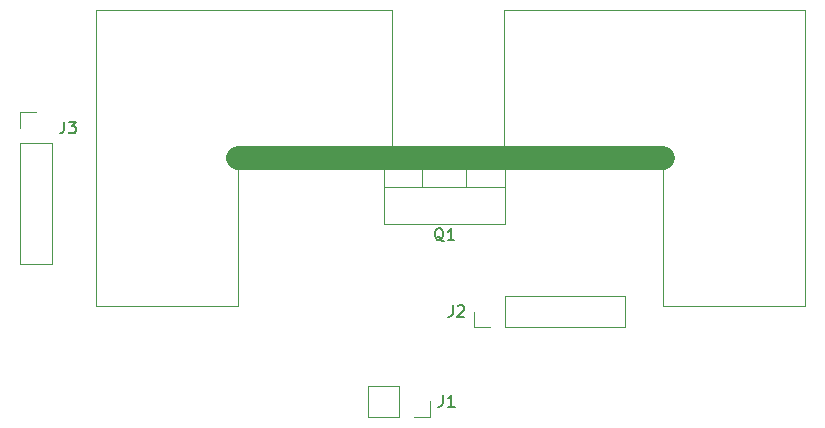
<source format=gbr>
G04 #@! TF.GenerationSoftware,KiCad,Pcbnew,(5.1.5)-3*
G04 #@! TF.CreationDate,2020-05-07T21:48:57-04:00*
G04 #@! TF.ProjectId,MOSFET Dummyload,4d4f5346-4554-4204-9475-6d6d796c6f61,rev?*
G04 #@! TF.SameCoordinates,Original*
G04 #@! TF.FileFunction,Legend,Top*
G04 #@! TF.FilePolarity,Positive*
%FSLAX46Y46*%
G04 Gerber Fmt 4.6, Leading zero omitted, Abs format (unit mm)*
G04 Created by KiCad (PCBNEW (5.1.5)-3) date 2020-05-07 21:48:57*
%MOMM*%
%LPD*%
G04 APERTURE LIST*
%ADD10C,0.120000*%
%ADD11C,2.000000*%
%ADD12C,0.150000*%
G04 APERTURE END LIST*
D10*
X91270000Y-89630000D02*
X92600000Y-89630000D01*
X91270000Y-90960000D02*
X91270000Y-89630000D01*
X91270000Y-92230000D02*
X93930000Y-92230000D01*
X93930000Y-92230000D02*
X93930000Y-102450000D01*
X91270000Y-92230000D02*
X91270000Y-102450000D01*
X91270000Y-102450000D02*
X93930000Y-102450000D01*
X128991000Y-94430000D02*
X128991000Y-95940000D01*
X125290000Y-94430000D02*
X125290000Y-95940000D01*
X122020000Y-95940000D02*
X132260000Y-95940000D01*
X132260000Y-94430000D02*
X132260000Y-99071000D01*
X122020000Y-94430000D02*
X122020000Y-99071000D01*
X122020000Y-99071000D02*
X132260000Y-99071000D01*
X122020000Y-94430000D02*
X132260000Y-94430000D01*
X129670000Y-107830000D02*
X129670000Y-106500000D01*
X131000000Y-107830000D02*
X129670000Y-107830000D01*
X132270000Y-107830000D02*
X132270000Y-105170000D01*
X132270000Y-105170000D02*
X142490000Y-105170000D01*
X132270000Y-107830000D02*
X142490000Y-107830000D01*
X142490000Y-107830000D02*
X142490000Y-105170000D01*
X125930000Y-114100000D02*
X125930000Y-115430000D01*
X125930000Y-115430000D02*
X124600000Y-115430000D01*
X123330000Y-115430000D02*
X120730000Y-115430000D01*
X120730000Y-112770000D02*
X120730000Y-115430000D01*
X123330000Y-112770000D02*
X120730000Y-112770000D01*
X123330000Y-112770000D02*
X123330000Y-115430000D01*
D11*
X145700000Y-93500000D02*
X109700000Y-93500000D01*
D10*
X122700000Y-81000000D02*
X122700000Y-93500000D01*
X108200000Y-81000000D02*
X122700000Y-81000000D01*
X132200000Y-81000000D02*
X132200000Y-93500000D01*
X157700000Y-81000000D02*
X132200000Y-81000000D01*
X109700000Y-106000000D02*
X109700000Y-93500000D01*
X97700000Y-81000000D02*
X97700000Y-106000000D01*
X108200000Y-81000000D02*
X97700000Y-81000000D01*
X97700000Y-106000000D02*
X109700000Y-106000000D01*
X145700000Y-106000000D02*
X157700000Y-106000000D01*
X145700000Y-93500000D02*
X145700000Y-106000000D01*
X157700000Y-106000000D02*
X157700000Y-81000000D01*
D12*
X94966666Y-90412380D02*
X94966666Y-91126666D01*
X94919047Y-91269523D01*
X94823809Y-91364761D01*
X94680952Y-91412380D01*
X94585714Y-91412380D01*
X95347619Y-90412380D02*
X95966666Y-90412380D01*
X95633333Y-90793333D01*
X95776190Y-90793333D01*
X95871428Y-90840952D01*
X95919047Y-90888571D01*
X95966666Y-90983809D01*
X95966666Y-91221904D01*
X95919047Y-91317142D01*
X95871428Y-91364761D01*
X95776190Y-91412380D01*
X95490476Y-91412380D01*
X95395238Y-91364761D01*
X95347619Y-91317142D01*
X127104761Y-100547619D02*
X127009523Y-100500000D01*
X126914285Y-100404761D01*
X126771428Y-100261904D01*
X126676190Y-100214285D01*
X126580952Y-100214285D01*
X126628571Y-100452380D02*
X126533333Y-100404761D01*
X126438095Y-100309523D01*
X126390476Y-100119047D01*
X126390476Y-99785714D01*
X126438095Y-99595238D01*
X126533333Y-99500000D01*
X126628571Y-99452380D01*
X126819047Y-99452380D01*
X126914285Y-99500000D01*
X127009523Y-99595238D01*
X127057142Y-99785714D01*
X127057142Y-100119047D01*
X127009523Y-100309523D01*
X126914285Y-100404761D01*
X126819047Y-100452380D01*
X126628571Y-100452380D01*
X128009523Y-100452380D02*
X127438095Y-100452380D01*
X127723809Y-100452380D02*
X127723809Y-99452380D01*
X127628571Y-99595238D01*
X127533333Y-99690476D01*
X127438095Y-99738095D01*
X127866666Y-105952380D02*
X127866666Y-106666666D01*
X127819047Y-106809523D01*
X127723809Y-106904761D01*
X127580952Y-106952380D01*
X127485714Y-106952380D01*
X128295238Y-106047619D02*
X128342857Y-106000000D01*
X128438095Y-105952380D01*
X128676190Y-105952380D01*
X128771428Y-106000000D01*
X128819047Y-106047619D01*
X128866666Y-106142857D01*
X128866666Y-106238095D01*
X128819047Y-106380952D01*
X128247619Y-106952380D01*
X128866666Y-106952380D01*
X127036666Y-113552380D02*
X127036666Y-114266666D01*
X126989047Y-114409523D01*
X126893809Y-114504761D01*
X126750952Y-114552380D01*
X126655714Y-114552380D01*
X128036666Y-114552380D02*
X127465238Y-114552380D01*
X127750952Y-114552380D02*
X127750952Y-113552380D01*
X127655714Y-113695238D01*
X127560476Y-113790476D01*
X127465238Y-113838095D01*
M02*

</source>
